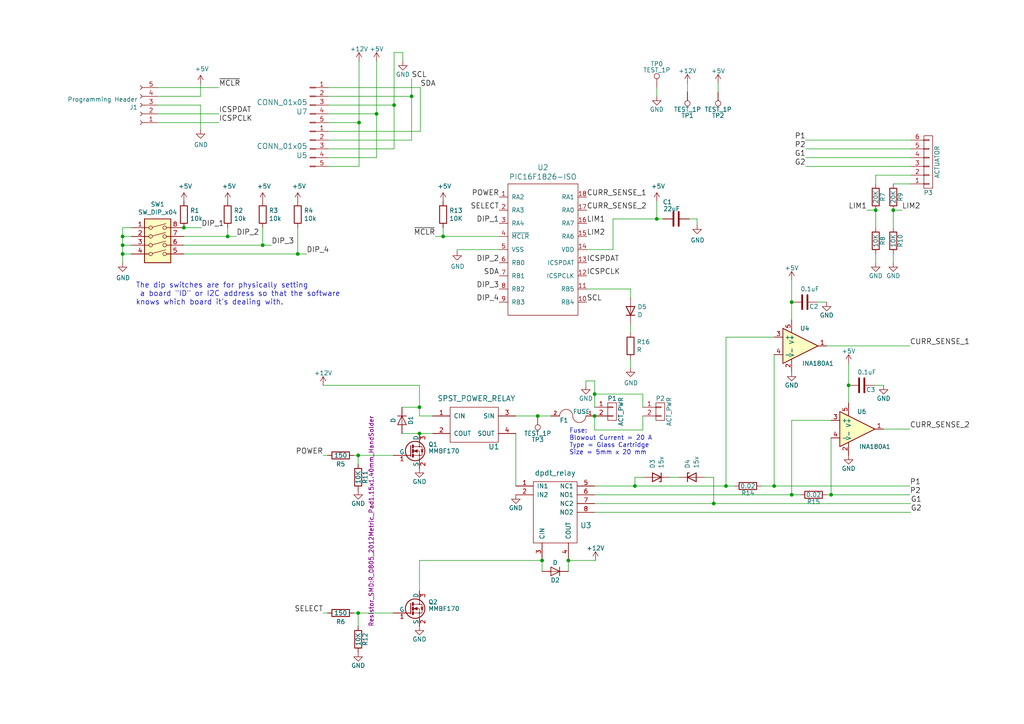
<source format=kicad_sch>
(kicad_sch (version 20211123) (generator eeschema)
  (paper "A4")
  (title_block (title "RLCSv4") (date "2022-11-06") (rev "A") (company "Waterloo Rocketry Team"))
  (lib_symbols
    (symbol "Connector:Conn_01x05_Female" (pin_names (offset 1.016) hide)
      (property "Reference" "J" (at 0 7.62 0))
      (property "Value" "Conn_01x05_Female" (at 0 -7.62 0))
      (symbol "Conn_01x05_Female_1_1"
        (arc (start 0 -4.572) (mid -0.508 -5.08) (end 0 -5.588) (stroke (width 0.1524)))
        (arc (start 0 -2.032) (mid -0.508 -2.54) (end 0 -3.048) (stroke (width 0.1524)))
        (polyline (pts (xy -1.27 -5.08) (xy -0.508 -5.08)) (stroke (width 0.1524)))
        (polyline (pts (xy -1.27 -2.54) (xy -0.508 -2.54)) (stroke (width 0.1524)))
        (polyline (pts (xy -1.27 0) (xy -0.508 0)) (stroke (width 0.1524)))
        (polyline (pts (xy -1.27 2.54) (xy -0.508 2.54)) (stroke (width 0.1524)))
        (polyline (pts (xy -1.27 5.08) (xy -0.508 5.08)) (stroke (width 0.1524)))
        (arc (start 0 0.508) (mid -0.508 0) (end 0 -0.508) (stroke (width 0.1524)))
        (arc (start 0 3.048) (mid -0.508 2.54) (end 0 2.032) (stroke (width 0.1524)))
        (arc (start 0 5.588) (mid -0.508 5.08) (end 0 4.572) (stroke (width 0.1524)))
        (pin passive line (at -5.08 5.08 0) (length 3.81) (name "Pin_1") (number "1"))
        (pin passive line (at -5.08 2.54 0) (length 3.81) (name "Pin_2") (number "2"))
        (pin passive line (at -5.08 0 0) (length 3.81) (name "Pin_3") (number "3"))
        (pin passive line (at -5.08 -2.54 0) (length 3.81) (name "Pin_4") (number "4"))
        (pin passive line (at -5.08 -5.08 0) (length 3.81) (name "Pin_5") (number "5"))
      )
    )
    (symbol "Device:C" (pin_numbers hide) (pin_names (offset 0.254))
      (property "Reference" "C" (at 0.635 2.54 0))
      (property "Value" "C" (at 0.635 -2.54 0))
      (symbol "C_0_1"
        (polyline (pts (xy -2.032 -0.762) (xy 2.032 -0.762)) (stroke (width 0.508)))
        (polyline (pts (xy -2.032 0.762) (xy 2.032 0.762)) (stroke (width 0.508)))
      )
      (symbol "C_1_1"
        (pin passive line (at 0 3.81 270) (length 2.794) (name "~") (number "1"))
        (pin passive line (at 0 -3.81 90) (length 2.794) (name "~") (number "2"))
      )
    )
    (symbol "Device:D" (pin_numbers hide) (pin_names (offset 1.016) hide)
      (property "Reference" "D" (at 0 2.54 0))
      (property "Value" "D" (at 0 -2.54 0))
      (symbol "D_0_1"
        (polyline (pts (xy -1.27 1.27) (xy -1.27 -1.27)) (stroke (width 0.254)))
        (polyline (pts (xy 1.27 0) (xy -1.27 0)))
        (polyline (pts (xy 1.27 1.27) (xy 1.27 -1.27) (xy -1.27 0) (xy 1.27 1.27)) (stroke (width 0.254)))
      )
      (symbol "D_1_1"
        (pin passive line (at -3.81 0 0) (length 2.54) (name "K") (number "1"))
        (pin passive line (at 3.81 0 180) (length 2.54) (name "A") (number "2"))
      )
    )
    (symbol "Device:D_Zener" (pin_numbers hide) (pin_names (offset 1.016) hide)
      (property "Reference" "D" (at 0 2.54 0))
      (property "Value" "D_Zener" (at 0 -2.54 0))
      (symbol "D_Zener_0_1"
        (polyline (pts (xy 1.27 0) (xy -1.27 0)))
        (polyline (pts (xy -1.27 -1.27) (xy -1.27 1.27) (xy -0.762 1.27)) (stroke (width 0.254)))
        (polyline (pts (xy 1.27 -1.27) (xy 1.27 1.27) (xy -1.27 0) (xy 1.27 -1.27)) (stroke (width 0.254)))
      )
      (symbol "D_Zener_1_1"
        (pin passive line (at -3.81 0 0) (length 2.54) (name "K") (number "1"))
        (pin passive line (at 3.81 0 180) (length 2.54) (name "A") (number "2"))
      )
    )
    (symbol "Device:R" (pin_numbers hide) (pin_names (offset 0))
      (property "Reference" "R" (at 2.032 0 90))
      (property "Value" "R" (at 0 0 90))
      (symbol "R_0_1"
        (rectangle (start -1.016 -2.54) (end 1.016 2.54) (stroke (width 0.254)))
      )
      (symbol "R_1_1"
        (pin passive line (at 0 3.81 270) (length 1.27) (name "~") (number "1"))
        (pin passive line (at 0 -3.81 90) (length 1.27) (name "~") (number "2"))
      )
    )
    (symbol "Switch:SW_DIP_x04" (pin_names (offset 0) hide)
      (property "Reference" "SW" (at 0 8.89 0))
      (property "Value" "SW_DIP_x04" (at 0 -6.35 0))
      (symbol "SW_DIP_x04_0_0"
        (circle (center -2.032 -2.54) (radius 0.508))
        (circle (center -2.032 0) (radius 0.508))
        (circle (center -2.032 2.54) (radius 0.508))
        (circle (center -2.032 5.08) (radius 0.508))
        (polyline (pts (xy -1.524 -2.3876) (xy 2.3622 -1.3462)))
        (polyline (pts (xy -1.524 0.127) (xy 2.3622 1.1684)))
        (polyline (pts (xy -1.524 2.667) (xy 2.3622 3.7084)))
        (polyline (pts (xy -1.524 5.207) (xy 2.3622 6.2484)))
        (circle (center 2.032 -2.54) (radius 0.508))
        (circle (center 2.032 0) (radius 0.508))
        (circle (center 2.032 2.54) (radius 0.508))
        (circle (center 2.032 5.08) (radius 0.508))
      )
      (symbol "SW_DIP_x04_0_1"
        (rectangle (start -3.81 7.62) (end 3.81 -5.08) (stroke (width 0.254)) (fill (type background)))
      )
      (symbol "SW_DIP_x04_1_1"
        (pin passive line (at -7.62 5.08 0) (length 5.08) (name "~") (number "1"))
        (pin passive line (at -7.62 2.54 0) (length 5.08) (name "~") (number "2"))
        (pin passive line (at -7.62 0 0) (length 5.08) (name "~") (number "3"))
        (pin passive line (at -7.62 -2.54 0) (length 5.08) (name "~") (number "4"))
        (pin passive line (at 7.62 -2.54 180) (length 5.08) (name "~") (number "5"))
        (pin passive line (at 7.62 0 180) (length 5.08) (name "~") (number "6"))
        (pin passive line (at 7.62 2.54 180) (length 5.08) (name "~") (number "7"))
        (pin passive line (at 7.62 5.08 180) (length 5.08) (name "~") (number "8"))
      )
    )
    (symbol "power:+5V" (power) (pin_names (offset 0))
      (property "Value" "+5V" (at 0 3.556 0))
      (symbol "+5V_0_1"
        (polyline (pts (xy -0.762 1.27) (xy 0 2.54)))
        (polyline (pts (xy 0 0) (xy 0 2.54)))
        (polyline (pts (xy 0 2.54) (xy 0.762 1.27)))
      )
      (symbol "+5V_1_1"
        (pin power_in line (at 0 0 90) (length 0) hide (name "+5V") (number "1"))
      )
    )
    (symbol "power:GND" (power) (pin_names (offset 0))
      (property "Value" "GND" (at 0 -3.81 0))
      (symbol "GND_0_1"
        (polyline (pts (xy 0 0) (xy 0 -1.27) (xy 1.27 -1.27) (xy 0 -2.54) (xy -1.27 -1.27) (xy 0 -1.27)))
      )
      (symbol "GND_1_1"
        (pin power_in line (at 0 0 270) (length 0) hide (name "GND") (number "1"))
      )
    )
    (symbol "rlcsv4_modular-rescue:+12V-rlcsv3_modular-rescue" (power) (pin_names (offset 0))
      (property "Value" "+12V-rlcsv3_modular-rescue" (at 0 3.556 0))
      (symbol "+12V-rlcsv3_modular-rescue_0_1"
        (polyline (pts (xy -0.762 1.27) (xy 0 2.54)))
        (polyline (pts (xy 0 0) (xy 0 2.54)))
        (polyline (pts (xy 0 2.54) (xy 0.762 1.27)))
      )
      (symbol "+12V-rlcsv3_modular-rescue_1_1"
        (pin power_in line (at 0 0 90) (length 0) hide (name "+12V") (number "1"))
      )
    )
    (symbol "rlcsv4_modular-rescue:+5V-rlcsv3_modular-rescue" (power) (pin_names (offset 0))
      (property "Value" "+5V-rlcsv3_modular-rescue" (at 0 3.556 0))
      (symbol "+5V-rlcsv3_modular-rescue_0_1"
        (polyline (pts (xy -0.762 1.27) (xy 0 2.54)))
        (polyline (pts (xy 0 0) (xy 0 2.54)))
        (polyline (pts (xy 0 2.54) (xy 0.762 1.27)))
      )
      (symbol "+5V-rlcsv3_modular-rescue_1_1"
        (pin power_in line (at 0 0 90) (length 0) hide (name "+5V") (number "1"))
      )
    )
    (symbol "rlcsv4_modular-rescue:C-rlcsv3_modular-rescue" (pin_numbers hide) (pin_names (offset 0.254))
      (property "Reference" "C" (at 0.635 2.54 0))
      (property "Value" "C-rlcsv3_modular-rescue" (at 0.635 -2.54 0))
      (symbol "C-rlcsv3_modular-rescue_0_1"
        (polyline (pts (xy -2.032 -0.762) (xy 2.032 -0.762)) (stroke (width 0.508)))
        (polyline (pts (xy -2.032 0.762) (xy 2.032 0.762)) (stroke (width 0.508)))
      )
      (symbol "C-rlcsv3_modular-rescue_1_1"
        (pin passive line (at 0 3.81 270) (length 2.794) (name "~") (number "1"))
        (pin passive line (at 0 -3.81 90) (length 2.794) (name "~") (number "2"))
      )
    )
    (symbol "rlcsv4_modular-rescue:CONN_01X02-rlcsv3_modular-rescue" (pin_names (offset 1.016) hide)
      (property "Reference" "J" (at 0 3.81 0))
      (property "Value" "CONN_01X02-rlcsv3_modular-rescue" (at 2.54 0 90))
      (symbol "CONN_01X02-rlcsv3_modular-rescue_0_1"
        (rectangle (start -1.27 -1.143) (end 0.254 -1.397))
        (rectangle (start -1.27 1.397) (end 0.254 1.143))
        (rectangle (start -1.27 2.54) (end 1.27 -2.54))
      )
      (symbol "CONN_01X02-rlcsv3_modular-rescue_1_1"
        (pin passive line (at -5.08 1.27 0) (length 3.81) (name "P1") (number "1"))
        (pin passive line (at -5.08 -1.27 0) (length 3.81) (name "P2") (number "2"))
      )
    )
    (symbol "rlcsv4_modular-rescue:CONN_01X06-rlcsv3_modular-rescue" (pin_names (offset 1.016) hide)
      (property "Reference" "J" (at 0 8.89 0))
      (property "Value" "CONN_01X06-rlcsv3_modular-rescue" (at 2.54 0 90))
      (symbol "CONN_01X06-rlcsv3_modular-rescue_0_1"
        (rectangle (start -1.27 -6.223) (end 0.254 -6.477))
        (rectangle (start -1.27 -3.683) (end 0.254 -3.937))
        (rectangle (start -1.27 -1.143) (end 0.254 -1.397))
        (rectangle (start -1.27 1.397) (end 0.254 1.143))
        (rectangle (start -1.27 3.937) (end 0.254 3.683))
        (rectangle (start -1.27 6.477) (end 0.254 6.223))
        (rectangle (start -1.27 7.62) (end 1.27 -7.62))
      )
      (symbol "CONN_01X06-rlcsv3_modular-rescue_1_1"
        (pin passive line (at -5.08 6.35 0) (length 3.81) (name "P1") (number "1"))
        (pin passive line (at -5.08 3.81 0) (length 3.81) (name "P2") (number "2"))
        (pin passive line (at -5.08 1.27 0) (length 3.81) (name "P3") (number "3"))
        (pin passive line (at -5.08 -1.27 0) (length 3.81) (name "P4") (number "4"))
        (pin passive line (at -5.08 -3.81 0) (length 3.81) (name "P5") (number "5"))
        (pin passive line (at -5.08 -6.35 0) (length 3.81) (name "P6") (number "6"))
      )
    )
    (symbol "rlcsv4_modular-rescue:CONN_01x05-rlcsv3_modular-rescue" (pin_names (offset 1.016))
      (property "Reference" "U" (at 0 2.54 0))
      (property "Value" "CONN_01x05-rlcsv3_modular-rescue" (at 3.81 -3.81 90))
      (symbol "CONN_01x05-rlcsv3_modular-rescue_1_1"
        (rectangle (start 0 -10.033) (end 1.524 -10.287))
        (rectangle (start 0 -7.493) (end 1.524 -7.747))
        (rectangle (start 0 -4.953) (end 1.524 -5.207))
        (rectangle (start 0 -2.413) (end 1.524 -2.667))
        (rectangle (start 0 0.127) (end 1.524 -0.127))
        (pin passive line (at -3.81 -10.16 0) (length 3.81) (name "~") (number "1"))
        (pin passive line (at -3.81 -7.62 0) (length 3.81) (name "~") (number "2"))
        (pin passive line (at -3.81 -5.08 0) (length 3.81) (name "~") (number "3"))
        (pin passive line (at -3.81 -2.54 0) (length 3.81) (name "~") (number "4"))
        (pin passive line (at -3.81 0 0) (length 3.81) (name "~") (number "5"))
      )
    )
    (symbol "rlcsv4_modular-rescue:D-rlcsv3_modular-rescue" (pin_numbers hide) (pin_names (offset 1.016) hide)
      (property "Reference" "D" (at 0 2.54 0))
      (property "Value" "D-rlcsv3_modular-rescue" (at 0 -2.54 0))
      (symbol "D-rlcsv3_modular-rescue_0_1"
        (polyline (pts (xy -1.27 1.27) (xy -1.27 -1.27)) (stroke (width 0.2032)))
        (polyline (pts (xy 1.27 0) (xy -1.27 0)))
        (polyline (pts (xy 1.27 1.27) (xy 1.27 -1.27) (xy -1.27 0) (xy 1.27 1.27)) (stroke (width 0.2032)))
      )
      (symbol "D-rlcsv3_modular-rescue_1_1"
        (pin passive line (at -3.81 0 0) (length 2.54) (name "K") (number "1"))
        (pin passive line (at 3.81 0 180) (length 2.54) (name "A") (number "2"))
      )
    )
    (symbol "rlcsv4_modular-rescue:FUSE-rlcsv3_modular-rescue" (pin_names (offset 0.254))
      (property "Reference" "F" (at 2.54 1.27 0))
      (property "Value" "FUSE-rlcsv3_modular-rescue" (at -2.54 -1.27 0))
      (symbol "FUSE-rlcsv3_modular-rescue_0_1"
        (arc (start 0 0) (mid -1.905 1.905) (end -3.81 0))
        (arc (start 0 0) (mid 1.905 -1.905) (end 3.81 0))
      )
      (symbol "FUSE-rlcsv3_modular-rescue_1_1"
        (pin input line (at -6.35 0 0) (length 2.54) (name "~") (number "1"))
        (pin input line (at 6.35 0 180) (length 2.54) (name "~") (number "2"))
      )
    )
    (symbol "rlcsv4_modular-rescue:GND-rlcsv3_modular-rescue" (power) (pin_names (offset 0))
      (property "Value" "GND-rlcsv3_modular-rescue" (at 0 -3.81 0))
      (symbol "GND-rlcsv3_modular-rescue_0_1"
        (polyline (pts (xy 0 0) (xy 0 -1.27) (xy 1.27 -1.27) (xy 0 -2.54) (xy -1.27 -1.27) (xy 0 -1.27)))
      )
      (symbol "GND-rlcsv3_modular-rescue_1_1"
        (pin power_in line (at 0 0 270) (length 0) hide (name "GND") (number "1"))
      )
    )
    (symbol "rlcsv4_modular-rescue:MCP601-rlcsv3_modular-rescue"
      (property "Reference" "U" (at 1.27 5.08 0))
      (property "Value" "MCP601-rlcsv3_modular-rescue" (at 5.08 -5.08 0))
      (symbol "MCP601-rlcsv3_modular-rescue_0_1"
        (polyline (pts (xy -5.08 5.08) (xy 5.08 0) (xy -5.08 -5.08) (xy -5.08 5.08)) (stroke (width 0.254)) (fill (type background)))
      )
      (symbol "MCP601-rlcsv3_modular-rescue_1_1"
        (pin output line (at 7.62 0 180) (length 2.54) (name "~") (number "1"))
        (pin input line (at -2.54 -7.62 90) (length 3.81) (name "V-") (number "2"))
        (pin input line (at -7.62 2.54 0) (length 2.54) (name "+") (number "3"))
        (pin input line (at -7.62 -2.54 0) (length 2.54) (name "-") (number "4"))
        (pin input line (at -2.54 7.62 270) (length 3.81) (name "V+") (number "5"))
      )
    )
    (symbol "rlcsv4_modular-rescue:MMBF170-rlcsv3_modular-rescue" (pin_names (offset 0))
      (property "Reference" "Q" (at 5.08 1.905 0))
      (property "Value" "MMBF170-rlcsv3_modular-rescue" (at 5.08 0 0))
      (symbol "MMBF170-rlcsv3_modular-rescue_0_1"
        (polyline (pts (xy 0.635 -1.016) (xy 0.635 -1.651)) (stroke (width 0.508)))
        (polyline (pts (xy 0.635 0.381) (xy 0.635 -0.381)) (stroke (width 0.508)))
        (polyline (pts (xy 0.635 1.651) (xy 0.635 1.016)) (stroke (width 0.508)))
        (polyline (pts (xy 3.048 0.381) (xy 2.921 0.254)))
        (polyline (pts (xy 3.048 0.381) (xy 3.556 0.381)))
        (polyline (pts (xy 3.556 0.381) (xy 3.683 0.508)))
        (polyline (pts (xy 0 1.524) (xy 0 -1.524) (xy 0 -1.524)) (stroke (width 0.254)))
        (polyline (pts (xy 0.762 -1.27) (xy 2.54 -1.27) (xy 2.54 -2.54) (xy 2.54 -2.54)))
        (polyline (pts (xy 0.762 1.27) (xy 2.54 1.27) (xy 2.54 2.54) (xy 2.54 2.54)))
        (polyline (pts (xy 2.54 1.27) (xy 3.302 1.27) (xy 3.302 -1.27) (xy 2.54 -1.27)))
        (polyline (pts (xy 3.302 0.381) (xy 3.048 -0.254) (xy 3.556 -0.254) (xy 3.302 0.381)) (fill (type outline)))
        (polyline (pts (xy 0.762 0) (xy 1.27 0) (xy 2.54 0) (xy 2.54 -1.27) (xy 2.54 -1.27)))
        (polyline (pts (xy 0.889 0) (xy 1.905 0.381) (xy 1.905 -0.381) (xy 0.889 0) (xy 1.016 0) (xy 1.016 0)) (fill (type outline)))
        (circle (center 1.27 0) (radius 2.8194) (stroke (width 0.254)))
        (circle (center 2.54 -1.27) (radius 0.127))
        (circle (center 2.54 1.27) (radius 0.127))
      )
      (symbol "MMBF170-rlcsv3_modular-rescue_1_1"
        (pin input line (at -5.08 -1.27 0) (length 5.08) (name "G") (number "1"))
        (pin passive line (at 2.54 -5.08 90) (length 2.54) (name "S") (number "2"))
        (pin passive line (at 2.54 5.08 270) (length 2.54) (name "D") (number "3"))
      )
    )
    (symbol "rlcsv4_modular-rescue:PIC16F1826-ISO-rlcsv3_modular-rescue" (pin_names (offset 1.016))
      (property "Reference" "U" (at 0 11.43 0))
      (property "Value" "PIC16F1826-ISO-rlcsv3_modular-rescue" (at 0 13.97 0))
      (symbol "PIC16F1826-ISO-rlcsv3_modular-rescue_0_1"
        (rectangle (start -10.16 10.16) (end 10.16 -27.94))
      )
      (symbol "PIC16F1826-ISO-rlcsv3_modular-rescue_1_1"
        (pin input line (at -12.7 6.35 0) (length 2.54) (name "RA2") (number "1"))
        (pin input line (at 12.7 -24.13 180) (length 2.54) (name "RB4") (number "10"))
        (pin input line (at 12.7 -20.32 180) (length 2.54) (name "RB5") (number "11"))
        (pin input line (at 12.7 -16.51 180) (length 2.54) (name "ICSPCLK") (number "12"))
        (pin input line (at 12.7 -12.7 180) (length 2.54) (name "ICSPDAT") (number "13"))
        (pin input line (at 12.7 -8.89 180) (length 2.54) (name "VDD") (number "14"))
        (pin input line (at 12.7 -5.08 180) (length 2.54) (name "RA6") (number "15"))
        (pin input line (at 12.7 -1.27 180) (length 2.54) (name "RA7") (number "16"))
        (pin input line (at 12.7 2.54 180) (length 2.54) (name "RA0") (number "17"))
        (pin input line (at 12.7 6.35 180) (length 2.54) (name "RA1") (number "18"))
        (pin input line (at -12.7 2.54 0) (length 2.54) (name "RA3") (number "2"))
        (pin input line (at -12.7 -1.27 0) (length 2.54) (name "RA4") (number "3"))
        (pin input line (at -12.7 -5.08 0) (length 2.54) (name "~{MCLR}") (number "4"))
        (pin input line (at -12.7 -8.89 0) (length 2.54) (name "VSS") (number "5"))
        (pin input line (at -12.7 -12.7 0) (length 2.54) (name "RB0") (number "6"))
        (pin input line (at -12.7 -16.51 0) (length 2.54) (name "RB1") (number "7"))
        (pin input line (at -12.7 -20.32 0) (length 2.54) (name "RB2") (number "8"))
        (pin input line (at -12.7 -24.13 0) (length 2.54) (name "RB3") (number "9"))
      )
    )
    (symbol "rlcsv4_modular-rescue:R-rlcsv3_modular-rescue" (pin_numbers hide) (pin_names (offset 0))
      (property "Reference" "R" (at 2.032 0 90))
      (property "Value" "R-rlcsv3_modular-rescue" (at 0 0 90))
      (symbol "R-rlcsv3_modular-rescue_0_1"
        (rectangle (start -1.016 -2.54) (end 1.016 2.54) (stroke (width 0.254)))
      )
      (symbol "R-rlcsv3_modular-rescue_1_1"
        (pin passive line (at 0 3.81 270) (length 1.27) (name "~") (number "1"))
        (pin passive line (at 0 -3.81 90) (length 1.27) (name "~") (number "2"))
      )
    )
    (symbol "rlcsv4_modular-rescue:SPST_POWER_RELAY-rlcsv3_modular-rescue" (pin_names (offset 1.016))
      (property "Reference" "U" (at 5.08 -13.97 0))
      (property "Value" "SPST_POWER_RELAY-rlcsv3_modular-rescue" (at 0 0 0))
      (symbol "SPST_POWER_RELAY-rlcsv3_modular-rescue_0_1"
        (rectangle (start -7.62 -2.54) (end 6.35 -12.7))
      )
      (symbol "SPST_POWER_RELAY-rlcsv3_modular-rescue_1_1"
        (pin input line (at -12.7 -5.08 0) (length 5.08) (name "CIN") (number "1"))
        (pin output line (at -12.7 -10.16 0) (length 5.08) (name "COUT") (number "2"))
        (pin input line (at 11.43 -5.08 180) (length 5.08) (name "SIN") (number "3"))
        (pin output line (at 11.43 -10.16 180) (length 5.08) (name "SOUT") (number "4"))
      )
    )
    (symbol "rlcsv4_modular-rescue:TEST_1P-rlcsv3_modular-rescue" (pin_numbers hide) (pin_names (offset 0.762) hide)
      (property "Reference" "J" (at 0 6.858 0))
      (property "Value" "TEST_1P-rlcsv3_modular-rescue" (at 0 5.08 0))
      (symbol "TEST_1P-rlcsv3_modular-rescue_0_1"
        (circle (center 0 3.302) (radius 0.762))
      )
      (symbol "TEST_1P-rlcsv3_modular-rescue_1_1"
        (pin passive line (at 0 0 90) (length 2.54) (name "1") (number "1"))
      )
    )
    (symbol "rlcsv4_modular-rescue:dpdt_relay-rlcsv3_modular-rescue" (pin_names (offset 1.016))
      (property "Reference" "U" (at 8.89 -15.24 0))
      (property "Value" "dpdt_relay-rlcsv3_modular-rescue" (at 0 0 0))
      (symbol "dpdt_relay-rlcsv3_modular-rescue_0_1"
        (rectangle (start -6.35 -2.54) (end 6.35 -20.32))
      )
      (symbol "dpdt_relay-rlcsv3_modular-rescue_1_1"
        (pin input line (at -11.43 -3.81 0) (length 5.08) (name "IN1") (number "1"))
        (pin input line (at -11.43 -6.35 0) (length 5.08) (name "IN2") (number "2"))
        (pin input line (at -3.81 -25.4 90) (length 5.08) (name "CIN") (number "3"))
        (pin input line (at 3.81 -25.4 90) (length 5.08) (name "COUT") (number "4"))
        (pin input line (at 11.43 -3.81 180) (length 5.08) (name "NC1") (number "5"))
        (pin input line (at 11.43 -6.35 180) (length 5.08) (name "NO1") (number "6"))
        (pin input line (at 11.43 -8.89 180) (length 5.08) (name "NC2") (number "7"))
        (pin input line (at 11.43 -11.43 180) (length 5.08) (name "NO2") (number "8"))
      )
    )
  )
  (junction (at 35.56 73.66))
  (junction (at 172.466 120.65))
  (junction (at 172.466 114.3))
  (junction (at 53.34 66.04))
  (junction (at 190.5 63.5))
  (junction (at 210.566 140.97))
  (junction (at 119.38 27.94))
  (junction (at 128.524 68.58))
  (junction (at 155.956 120.65))
  (junction (at 104.14 35.56))
  (junction (at 109.22 33.02))
  (junction (at 184.15 140.97))
  (junction (at 114.3 30.48))
  (junction (at 121.666 118.11))
  (junction (at 103.886 132.08))
  (junction (at 35.56 68.58))
  (junction (at 76.2 71.12))
  (junction (at 259.08 60.96))
  (junction (at 229.616 143.51))
  (junction (at 224.536 140.97))
  (junction (at 103.886 177.8))
  (junction (at 164.846 162.56))
  (junction (at 241.046 143.51))
  (junction (at 35.56 71.12))
  (junction (at 86.36 73.66))
  (junction (at 207.01 146.05))
  (junction (at 246.126 111.76))
  (junction (at 66.04 68.58))
  (junction (at 157.226 162.56))
  (junction (at 121.666 125.73))
  (junction (at 229.616 87.63))
  (junction (at 254 60.96))
  (wire (pts (xy 172.466 124.714) (xy 186.436 124.714)))
  (wire (pts (xy 229.616 121.92) (xy 241.046 121.92)))
  (wire (pts (xy 159.766 120.65) (xy 155.956 120.65)))
  (wire (pts (xy 104.14 48.26) (xy 95.25 48.26)))
  (wire (pts (xy 259.08 60.96) (xy 259.08 66.04)))
  (wire (pts (xy 104.14 35.56) (xy 104.14 17.78)))
  (wire (pts (xy 68.58 68.58) (xy 66.04 68.58)))
  (wire (pts (xy 35.56 71.12) (xy 35.56 73.66)))
  (wire (pts (xy 76.2 71.12) (xy 53.34 71.12)))
  (wire (pts (xy 45.72 35.56) (xy 63.5 35.56)))
  (wire (pts (xy 116.84 15.24) (xy 116.84 17.78)))
  (wire (pts (xy 182.88 83.82) (xy 170.18 83.82)))
  (wire (pts (xy 210.566 97.79) (xy 224.536 97.79)))
  (wire (pts (xy 207.01 138.43) (xy 207.01 146.05)))
  (wire (pts (xy 149.606 120.65) (xy 155.956 120.65)))
  (wire (pts (xy 109.22 33.02) (xy 109.22 45.72)))
  (wire (pts (xy 38.1 71.12) (xy 35.56 71.12)))
  (wire (pts (xy 241.046 143.51) (xy 263.906 143.51)))
  (wire (pts (xy 207.01 146.05) (xy 264.16 146.05)))
  (wire (pts (xy 102.616 177.8) (xy 103.886 177.8)))
  (wire (pts (xy 93.726 177.8) (xy 94.996 177.8)))
  (wire (pts (xy 109.22 17.78) (xy 109.22 33.02)))
  (wire (pts (xy 95.25 30.48) (xy 114.3 30.48)))
  (wire (pts (xy 58.166 24.384) (xy 58.166 27.94)))
  (wire (pts (xy 186.436 124.714) (xy 186.436 120.65)))
  (wire (pts (xy 210.566 140.97) (xy 210.566 97.79)))
  (wire (pts (xy 184.15 140.97) (xy 210.566 140.97)))
  (wire (pts (xy 121.666 162.56) (xy 157.226 162.56)))
  (wire (pts (xy 116.586 118.11) (xy 121.666 118.11)))
  (wire (pts (xy 95.25 35.56) (xy 104.14 35.56)))
  (wire (pts (xy 121.666 120.65) (xy 125.476 120.65)))
  (wire (pts (xy 202.184 65.278) (xy 202.184 63.5)))
  (wire (pts (xy 109.22 33.02) (xy 95.25 33.02)))
  (wire (pts (xy 172.466 120.65) (xy 172.466 124.714)))
  (wire (pts (xy 246.126 111.76) (xy 246.126 116.84)))
  (wire (pts (xy 172.466 110.49) (xy 169.926 110.49)))
  (wire (pts (xy 88.9 73.66) (xy 86.36 73.66)))
  (wire (pts (xy 224.536 140.97) (xy 224.536 102.87)))
  (wire (pts (xy 103.886 132.08) (xy 103.886 134.62)))
  (wire (pts (xy 86.36 66.04) (xy 86.36 73.66)))
  (wire (pts (xy 261.62 60.96) (xy 259.08 60.96)))
  (wire (pts (xy 121.666 171.45) (xy 121.666 162.56)))
  (wire (pts (xy 86.36 73.66) (xy 53.34 73.66)))
  (wire (pts (xy 254 76.2) (xy 254 73.66)))
  (wire (pts (xy 254 53.34) (xy 254 50.8)))
  (wire (pts (xy 233.68 45.72) (xy 264.16 45.72)))
  (wire (pts (xy 114.3 30.48) (xy 114.3 43.18)))
  (wire (pts (xy 121.666 118.11) (xy 121.666 120.65)))
  (wire (pts (xy 186.436 114.3) (xy 186.436 118.11)))
  (wire (pts (xy 182.88 96.52) (xy 182.88 93.98)))
  (wire (pts (xy 121.666 111.76) (xy 121.666 118.11)))
  (wire (pts (xy 114.3 15.24) (xy 116.84 15.24)))
  (wire (pts (xy 119.38 27.94) (xy 119.38 40.64)))
  (wire (pts (xy 132.588 72.39) (xy 132.588 72.898)))
  (wire (pts (xy 114.3 43.18) (xy 95.25 43.18)))
  (wire (pts (xy 76.2 66.04) (xy 76.2 71.12)))
  (wire (pts (xy 233.68 43.18) (xy 264.16 43.18)))
  (wire (pts (xy 53.34 68.58) (xy 66.04 68.58)))
  (wire (pts (xy 128.524 66.04) (xy 128.524 68.58)))
  (wire (pts (xy 126.238 68.58) (xy 128.524 68.58)))
  (wire (pts (xy 210.566 140.97) (xy 213.106 140.97)))
  (wire (pts (xy 229.616 143.51) (xy 232.156 143.51)))
  (wire (pts (xy 45.72 25.4) (xy 63.5 25.4)))
  (wire (pts (xy 172.466 140.97) (xy 184.15 140.97)))
  (wire (pts (xy 208.28 24.13) (xy 208.28 26.67)))
  (wire (pts (xy 103.886 177.8) (xy 103.886 181.61)))
  (wire (pts (xy 121.666 125.73) (xy 125.476 125.73)))
  (wire (pts (xy 119.38 27.94) (xy 119.38 22.86)))
  (wire (pts (xy 182.88 86.36) (xy 182.88 83.82)))
  (wire (pts (xy 184.15 138.43) (xy 184.15 140.97)))
  (wire (pts (xy 246.126 105.41) (xy 246.126 111.76)))
  (wire (pts (xy 190.5 63.5) (xy 192.278 63.5)))
  (wire (pts (xy 95.25 27.94) (xy 119.38 27.94)))
  (wire (pts (xy 35.56 73.66) (xy 35.56 76.2)))
  (wire (pts (xy 202.184 63.5) (xy 199.898 63.5)))
  (wire (pts (xy 35.56 66.04) (xy 35.56 68.58)))
  (wire (pts (xy 239.776 143.51) (xy 241.046 143.51)))
  (wire (pts (xy 38.1 66.04) (xy 35.56 66.04)))
  (wire (pts (xy 251.46 60.96) (xy 254 60.96)))
  (wire (pts (xy 103.886 177.8) (xy 114.046 177.8)))
  (wire (pts (xy 93.726 132.08) (xy 94.996 132.08)))
  (wire (pts (xy 239.776 100.33) (xy 263.906 100.33)))
  (wire (pts (xy 190.5 63.5) (xy 177.8 63.5)))
  (wire (pts (xy 149.606 140.97) (xy 149.606 125.73)))
  (wire (pts (xy 128.524 68.58) (xy 144.78 68.58)))
  (wire (pts (xy 144.78 72.39) (xy 132.588 72.39)))
  (wire (pts (xy 104.14 35.56) (xy 104.14 48.26)))
  (wire (pts (xy 164.846 165.735) (xy 164.846 162.56)))
  (wire (pts (xy 264.16 53.34) (xy 259.08 53.34)))
  (wire (pts (xy 172.466 114.3) (xy 186.436 114.3)))
  (wire (pts (xy 254 50.8) (xy 264.16 50.8)))
  (wire (pts (xy 190.5 58.42) (xy 190.5 63.5)))
  (wire (pts (xy 38.1 73.66) (xy 35.56 73.66)))
  (wire (pts (xy 172.466 114.3) (xy 172.466 110.49)))
  (wire (pts (xy 254 60.96) (xy 254 66.04)))
  (wire (pts (xy 157.226 162.56) (xy 157.226 165.735)))
  (wire (pts (xy 194.31 138.43) (xy 196.85 138.43)))
  (wire (pts (xy 177.8 72.39) (xy 170.18 72.39)))
  (wire (pts (xy 229.616 87.63) (xy 229.616 92.71)))
  (wire (pts (xy 103.886 132.08) (xy 114.046 132.08)))
  (wire (pts (xy 184.15 138.43) (xy 186.69 138.43)))
  (wire (pts (xy 224.536 140.97) (xy 263.906 140.97)))
  (wire (pts (xy 116.586 125.73) (xy 121.666 125.73)))
  (wire (pts (xy 169.926 110.49) (xy 169.926 111.76)))
  (wire (pts (xy 190.5 25.4) (xy 190.5 27.94)))
  (wire (pts (xy 237.236 87.63) (xy 239.776 87.63)))
  (wire (pts (xy 45.72 33.02) (xy 63.5 33.02)))
  (wire (pts (xy 233.68 40.64) (xy 264.16 40.64)))
  (wire (pts (xy 38.1 68.58) (xy 35.56 68.58)))
  (wire (pts (xy 199.39 24.13) (xy 199.39 26.67)))
  (wire (pts (xy 93.726 111.76) (xy 121.666 111.76)))
  (wire (pts (xy 58.166 30.48) (xy 58.166 37.592)))
  (wire (pts (xy 220.726 140.97) (xy 224.536 140.97)))
  (wire (pts (xy 95.25 25.4) (xy 121.92 25.4)))
  (wire (pts (xy 102.616 132.08) (xy 103.886 132.08)))
  (wire (pts (xy 207.01 138.43) (xy 204.47 138.43)))
  (wire (pts (xy 109.22 45.72) (xy 95.25 45.72)))
  (wire (pts (xy 172.466 148.59) (xy 264.16 148.59)))
  (wire (pts (xy 229.616 81.28) (xy 229.616 87.63)))
  (wire (pts (xy 229.616 143.51) (xy 229.616 121.92)))
  (wire (pts (xy 172.466 146.05) (xy 207.01 146.05)))
  (wire (pts (xy 241.046 127) (xy 241.046 143.51)))
  (wire (pts (xy 119.38 40.64) (xy 95.25 40.64)))
  (wire (pts (xy 253.746 111.76) (xy 256.286 111.76)))
  (wire (pts (xy 114.3 30.48) (xy 114.3 15.24)))
  (wire (pts (xy 177.8 63.5) (xy 177.8 72.39)))
  (wire (pts (xy 78.74 71.12) (xy 76.2 71.12)))
  (wire (pts (xy 121.92 25.4) (xy 121.92 38.1)))
  (wire (pts (xy 172.466 118.11) (xy 172.466 114.3)))
  (wire (pts (xy 256.286 124.46) (xy 263.906 124.46)))
  (wire (pts (xy 45.72 30.48) (xy 58.166 30.48)))
  (wire (pts (xy 58.42 66.04) (xy 53.34 66.04)))
  (wire (pts (xy 164.846 162.56) (xy 172.72 162.56)))
  (wire (pts (xy 66.04 68.58) (xy 66.04 66.04)))
  (wire (pts (xy 58.166 27.94) (xy 45.72 27.94)))
  (wire (pts (xy 172.466 143.51) (xy 229.616 143.51)))
  (wire (pts (xy 233.68 48.26) (xy 264.16 48.26)))
  (wire (pts (xy 35.56 68.58) (xy 35.56 71.12)))
  (wire (pts (xy 121.92 38.1) (xy 95.25 38.1)))
  (wire (pts (xy 182.88 104.14) (xy 182.88 106.68)))
  (wire (pts (xy 259.08 73.66) (xy 259.08 76.2)))
  (text "Fuse: \nBlowout Current = 20 A\nType = Glass Cartridge\nSize = 5mm x 20 mm" (at 165.1 132.08 0) (effects (font (size 1.3 1.3)) (justify left bottom)))
  (text "The dip switches are for physically setting\n a board \"ID\" or I2C address so that the software \nknows which board it's dealing with." (at 39.37 88.646 0) (effects (font (size 1.524 1.524)) (justify left bottom)))
  (label "~{MCLR}" (at 126.238 68.58 180) (effects (font (size 1.524 1.524))))
  (label "DIP_3" (at 78.74 71.12 0) (effects (font (size 1.524 1.524))))
  (label "CURR_SENSE_2" (at 263.906 124.46 0) (effects (font (size 1.524 1.524))))
  (label "ICSPCLK" (at 170.18 80.01 0) (effects (font (size 1.524 1.524))))
  (label "DIP_4" (at 144.78 87.63 180) (effects (font (size 1.524 1.524))))
  (label "POWER" (at 144.78 57.15 180) (effects (font (size 1.524 1.524))))
  (label "SCL" (at 170.18 87.63 0) (effects (font (size 1.524 1.524))))
  (label "SDA" (at 144.78 80.01 180) (effects (font (size 1.524 1.524))))
  (label "SELECT" (at 93.726 177.8 180) (effects (font (size 1.524 1.524))))
  (label "CURR_SENSE_1" (at 263.906 100.33 0) (effects (font (size 1.524 1.524))))
  (label "CURR_SENSE_2" (at 170.18 60.96 0) (effects (font (size 1.524 1.524))))
  (label "POWER" (at 93.726 132.08 180) (effects (font (size 1.524 1.524))))
  (label "ICSPDAT" (at 170.18 76.2 0) (effects (font (size 1.524 1.524))))
  (label "G2" (at 264.16 148.59 0) (effects (font (size 1.524 1.524))))
  (label "DIP_1" (at 58.42 66.04 0) (effects (font (size 1.524 1.524))))
  (label "P2" (at 263.906 143.51 0) (effects (font (size 1.524 1.524))))
  (label "SDA" (at 121.92 25.4 0) (effects (font (size 1.524 1.524))))
  (label "LIM2" (at 261.62 60.96 0) (effects (font (size 1.524 1.524))))
  (label "P2" (at 233.68 43.18 180) (effects (font (size 1.524 1.524))))
  (label "ICSPCLK" (at 63.5 35.56 0) (effects (font (size 1.524 1.524))))
  (label "DIP_4" (at 88.9 73.66 0) (effects (font (size 1.524 1.524))))
  (label "ICSPDAT" (at 63.5 33.02 0) (effects (font (size 1.524 1.524))))
  (label "G1" (at 264.16 146.05 0) (effects (font (size 1.524 1.524))))
  (label "DIP_2" (at 68.58 68.58 0) (effects (font (size 1.524 1.524))))
  (label "LIM1" (at 170.18 64.77 0) (effects (font (size 1.524 1.524))))
  (label "P1" (at 263.906 140.97 0) (effects (font (size 1.524 1.524))))
  (label "P1" (at 233.68 40.64 180) (effects (font (size 1.524 1.524))))
  (label "SCL" (at 119.38 22.86 0) (effects (font (size 1.524 1.524))))
  (label "~{MCLR}" (at 63.5 25.4 0) (effects (font (size 1.524 1.524))))
  (label "LIM1" (at 251.46 60.96 180) (effects (font (size 1.524 1.524))))
  (label "DIP_3" (at 144.78 83.82 180) (effects (font (size 1.524 1.524))))
  (label "G1" (at 233.68 45.72 180) (effects (font (size 1.524 1.524))))
  (label "G2" (at 233.68 48.26 180) (effects (font (size 1.524 1.524))))
  (label "CURR_SENSE_1" (at 170.18 57.15 0) (effects (font (size 1.524 1.524))))
  (label "DIP_1" (at 144.78 64.77 180) (effects (font (size 1.524 1.524))))
  (label "LIM2" (at 170.18 68.58 0) (effects (font (size 1.524 1.524))))
  (label "DIP_2" (at 144.78 76.2 180) (effects (font (size 1.524 1.524))))
  (label "SELECT" (at 144.78 60.96 180) (effects (font (size 1.524 1.524))))
  (symbol (lib_id "rlcsv4_modular-rescue:TEST_1P-rlcsv3_modular-rescue") (at 208.28 26.67 180) (unit 1)
    (property "Reference" "TP2" (at 208.28 33.528 0))
    (property "Value" "TEST_1P" (at 208.28 31.75 0))
    (property "Footprint" "Socket_Strips:Socket_Strip_Straight_1x01_Pitch2.54mm" (effects hide))
  )
  (symbol (lib_id "rlcsv4_modular-rescue:TEST_1P-rlcsv3_modular-rescue") (at 199.39 26.67 180) (unit 1)
    (property "Reference" "TP1" (at 199.39 33.528 0))
    (property "Value" "TEST_1P" (at 199.39 31.75 0))
    (property "Footprint" "Socket_Strips:Socket_Strip_Straight_1x01_Pitch2.54mm" (effects hide))
  )
  (symbol (lib_id "rlcsv4_modular-rescue:TEST_1P-rlcsv3_modular-rescue") (at 190.5 25.4 0) (unit 1)
    (property "Reference" "TP0" (at 190.5 18.542 0))
    (property "Value" "TEST_1P" (at 190.5 20.32 0))
    (property "Footprint" "Socket_Strips:Socket_Strip_Straight_1x01_Pitch2.54mm" (effects hide))
  )
  (symbol (lib_id "rlcsv4_modular-rescue:GND-rlcsv3_modular-rescue") (at 190.5 27.94 0) (unit 1)
    (property "Reference" "#PWR05" (effects hide))
    (property "Value" "GND" (at 190.5 31.75 0))
  )
  (symbol (lib_id "rlcsv4_modular-rescue:+12V-rlcsv3_modular-rescue") (at 199.39 24.13 0) (unit 1)
    (property "Reference" "#PWR06" (effects hide))
    (property "Value" "+12V" (at 199.39 20.574 0))
  )
  (symbol (lib_id "rlcsv4_modular-rescue:+5V-rlcsv3_modular-rescue") (at 208.28 24.13 0) (unit 1)
    (property "Reference" "#PWR07" (effects hide))
    (property "Value" "+5V" (at 208.28 20.574 0))
  )
  (symbol (lib_id "rlcsv4_modular-rescue:CONN_01X06-rlcsv3_modular-rescue") (at 269.24 46.99 0) (mirror x) (unit 1)
    (property "Reference" "P3" (at 269.24 55.88 0))
    (property "Value" "ACTUATOR" (at 271.78 46.99 90))
    (property "Footprint" "TerminalBlock_Phoenix:TerminalBlock_Phoenix_MKDS-1,5-6_1x06_P5.00mm_Horizontal" (effects hide))
  )
  (symbol (lib_id "rlcsv4_modular-rescue:R-rlcsv3_modular-rescue") (at 259.08 69.85 0) (unit 1)
    (property "Reference" "R10" (at 261.112 69.85 90))
    (property "Value" "10K" (at 259.08 69.85 90))
    (property "Footprint" "Resistor_SMD:R_0805_2012Metric_Pad1.15x1.40mm_HandSolder" (effects hide))
  )
  (symbol (lib_id "rlcsv4_modular-rescue:R-rlcsv3_modular-rescue") (at 254 69.85 0) (unit 1)
    (property "Reference" "R8" (at 256.032 69.85 90))
    (property "Value" "10K" (at 254 69.85 90))
    (property "Footprint" "Resistor_SMD:R_0805_2012Metric_Pad1.15x1.40mm_HandSolder" (effects hide))
  )
  (symbol (lib_id "rlcsv4_modular-rescue:R-rlcsv3_modular-rescue") (at 254 57.15 0) (unit 1)
    (property "Reference" "R7" (at 256.032 57.15 90))
    (property "Value" "20K" (at 254 57.15 90))
    (property "Footprint" "Resistor_SMD:R_0805_2012Metric_Pad1.15x1.40mm_HandSolder" (effects hide))
  )
  (symbol (lib_id "rlcsv4_modular-rescue:R-rlcsv3_modular-rescue") (at 259.08 57.15 0) (unit 1)
    (property "Reference" "R9" (at 261.112 57.15 90))
    (property "Value" "20K" (at 259.08 57.15 90))
    (property "Footprint" "Resistor_SMD:R_0805_2012Metric_Pad1.15x1.40mm_HandSolder" (effects hide))
  )
  (symbol (lib_id "rlcsv4_modular-rescue:GND-rlcsv3_modular-rescue") (at 254 76.2 0) (unit 1)
    (property "Reference" "#PWR08" (effects hide))
    (property "Value" "GND" (at 254 80.01 0))
  )
  (symbol (lib_id "rlcsv4_modular-rescue:GND-rlcsv3_modular-rescue") (at 259.08 76.2 0) (unit 1)
    (property "Reference" "#PWR09" (effects hide))
    (property "Value" "GND" (at 259.08 80.01 0))
  )
  (symbol (lib_id "rlcsv4_modular-rescue:CONN_01x05-rlcsv3_modular-rescue") (at 91.44 48.26 180) (unit 1)
    (property "Reference" "U5" (at 89.2048 45.085 0) (effects (font (size 1.524 1.524)) (justify left)))
    (property "Value" "CONN_01x05" (at 89.2048 42.3926 0) (effects (font (size 1.524 1.524)) (justify left)))
    (property "Footprint" "Connector_JST:JST_XH_S5B-XH-A-1_1x05_P2.50mm_Horizontal" (effects hide))
  )
  (symbol (lib_id "rlcsv4_modular-rescue:+5V-rlcsv3_modular-rescue") (at 109.22 17.78 0) (unit 1)
    (property "Reference" "#PWR02" (effects hide))
    (property "Value" "+5V" (at 109.22 14.224 0))
  )
  (symbol (lib_id "rlcsv4_modular-rescue:+12V-rlcsv3_modular-rescue") (at 104.14 17.78 0) (unit 1)
    (property "Reference" "#PWR03" (effects hide))
    (property "Value" "+12V" (at 104.14 14.224 0))
  )
  (symbol (lib_id "rlcsv4_modular-rescue:GND-rlcsv3_modular-rescue") (at 116.84 17.78 0) (unit 1)
    (property "Reference" "#PWR04" (effects hide))
    (property "Value" "GND" (at 116.84 21.59 0))
  )
  (symbol (lib_id "rlcsv4_modular-rescue:PIC16F1826-ISO-rlcsv3_modular-rescue") (at 157.48 63.5 0) (unit 1)
    (property "Reference" "U2" (at 157.48 48.5902 0) (effects (font (size 1.524 1.524))))
    (property "Value" "PIC16F1826-ISO" (at 157.48 51.2826 0) (effects (font (size 1.524 1.524))))
    (property "Footprint" "rlcs:PIC16F1826-ISO" (effects hide))
  )
  (symbol (lib_id "power:+5V") (at 190.5 58.42 0) (unit 1)
    (property "Reference" "#PWR026" (effects hide))
    (property "Value" "+5V" (at 190.881 54.0258 0))
  )
  (symbol (lib_id "power:GND") (at 132.588 72.898 0) (unit 1)
    (property "Reference" "#PWR022" (effects hide))
    (property "Value" "GND" (at 132.715 77.2922 0))
  )
  (symbol (lib_id "Device:C") (at 196.088 63.5 90) (unit 1)
    (property "Reference" "C1" (at 194.9196 58.5978 90) (effects (justify left)))
    (property "Value" "22uF" (at 197.231 60.579 90) (effects (justify left)))
    (property "Footprint" "Capacitor_SMD:C_0805_2012Metric_Pad1.15x1.40mm_HandSolder" (effects hide))
  )
  (symbol (lib_id "power:GND") (at 202.184 65.278 0) (unit 1)
    (property "Reference" "#PWR027" (effects hide))
    (property "Value" "GND" (at 202.311 69.6722 0))
  )
  (symbol (lib_id "power:+5V") (at 128.524 58.42 0) (unit 1)
    (property "Reference" "#PWR021" (effects hide))
    (property "Value" "+5V" (at 128.905 54.0258 0))
  )
  (symbol (lib_id "Device:R") (at 128.524 62.23 0) (unit 1)
    (property "Reference" "R13" (at 130.302 61.0616 0) (effects (justify left)))
    (property "Value" "10K" (at 130.302 63.373 0) (effects (justify left)))
    (property "Footprint" "Resistor_SMD:R_0805_2012Metric_Pad1.15x1.40mm_HandSolder" (effects hide))
  )
  (symbol (lib_id "power:+5V") (at 53.34 58.42 0) (unit 1)
    (property "Reference" "#PWR010" (effects hide))
    (property "Value" "+5V" (at 53.721 54.0258 0))
  )
  (symbol (lib_id "power:+5V") (at 76.2 58.42 0) (unit 1)
    (property "Reference" "#PWR014" (effects hide))
    (property "Value" "+5V" (at 76.581 54.0258 0))
  )
  (symbol (lib_id "power:+5V") (at 86.36 58.42 0) (unit 1)
    (property "Reference" "#PWR015" (effects hide))
    (property "Value" "+5V" (at 86.741 54.0258 0))
  )
  (symbol (lib_id "power:+5V") (at 66.04 58.42 0) (unit 1)
    (property "Reference" "#PWR013" (effects hide))
    (property "Value" "+5V" (at 66.421 54.0258 0))
  )
  (symbol (lib_id "Switch:SW_DIP_x04") (at 45.72 71.12 0) (unit 1)
    (property "Reference" "SW1" (at 45.72 59.2582 0))
    (property "Value" "SW_DIP_x04" (at 45.72 61.5696 0))
    (property "Footprint" "rlcs:DIP_SWITCH_4X2" (effects hide))
  )
  (symbol (lib_id "Device:R") (at 53.34 62.23 0) (unit 1)
    (property "Reference" "R1" (at 55.118 61.0616 0) (effects (justify left)))
    (property "Value" "10k" (at 55.118 63.373 0) (effects (justify left)))
    (property "Footprint" "Resistor_SMD:R_0805_2012Metric_Pad1.15x1.40mm_HandSolder" (effects hide))
  )
  (symbol (lib_id "Device:R") (at 76.2 62.23 0) (unit 1)
    (property "Reference" "R3" (at 77.978 61.0616 0) (effects (justify left)))
    (property "Value" "10k" (at 77.978 63.373 0) (effects (justify left)))
    (property "Footprint" "Resistor_SMD:R_0805_2012Metric_Pad1.15x1.40mm_HandSolder" (effects hide))
  )
  (symbol (lib_id "Device:R") (at 66.04 62.23 0) (unit 1)
    (property "Reference" "R2" (at 67.818 61.0616 0) (effects (justify left)))
    (property "Value" "10k" (at 67.818 63.373 0) (effects (justify left)))
    (property "Footprint" "Resistor_SMD:R_0805_2012Metric_Pad1.15x1.40mm_HandSolder" (effects hide))
  )
  (symbol (lib_id "Device:R") (at 86.36 62.23 0) (unit 1)
    (property "Reference" "R4" (at 88.138 61.0616 0) (effects (justify left)))
    (property "Value" "10k" (at 88.138 63.373 0) (effects (justify left)))
    (property "Footprint" "Resistor_SMD:R_0805_2012Metric_Pad1.15x1.40mm_HandSolder" (effects hide))
  )
  (symbol (lib_id "power:GND") (at 35.56 76.2 0) (unit 1)
    (property "Reference" "#PWR01" (effects hide))
    (property "Value" "GND" (at 35.687 80.5942 0))
  )
  (symbol (lib_id "Connector:Conn_01x05_Female") (at 40.64 30.48 180) (unit 1)
    (property "Reference" "J1" (at 39.9288 31.1404 0) (effects (justify left)))
    (property "Value" "Programming Header" (at 39.9288 28.829 0) (effects (justify left)))
    (property "Footprint" "rlcs:PinHeader_5x2.54_SMD_90deg_952-3198-1-ND" (effects hide))
  )
  (symbol (lib_id "power:+5V") (at 58.166 24.384 0) (unit 1)
    (property "Reference" "#PWR011" (effects hide))
    (property "Value" "+5V" (at 58.547 19.9898 0))
  )
  (symbol (lib_id "power:GND") (at 58.166 37.592 0) (unit 1)
    (property "Reference" "#PWR012" (effects hide))
    (property "Value" "GND" (at 58.293 41.9862 0))
  )
  (symbol (lib_id "rlcsv4_modular-rescue:MMBF170-rlcsv3_modular-rescue") (at 119.126 130.81 0) (unit 1)
    (property "Reference" "Q1" (at 124.206 128.905 0) (effects (justify left)))
    (property "Value" "MMBF170" (at 124.206 130.81 0) (effects (justify left)))
    (property "Footprint" "TO_SOT_Packages_SMD:SOT-23" (effects hide))
  )
  (symbol (lib_id "rlcsv4_modular-rescue:MMBF170-rlcsv3_modular-rescue") (at 119.126 176.53 0) (unit 1)
    (property "Reference" "Q2" (at 124.206 174.625 0) (effects (justify left)))
    (property "Value" "MMBF170" (at 124.206 176.53 0) (effects (justify left)))
    (property "Footprint" "TO_SOT_Packages_SMD:SOT-23" (effects hide))
  )
  (symbol (lib_id "rlcsv4_modular-rescue:R-rlcsv3_modular-rescue") (at 103.886 138.43 0) (unit 1)
    (property "Reference" "R11" (at 105.918 138.43 90))
    (property "Value" "10K" (at 103.886 138.43 90))
    (property "Footprint" "Resistor_SMD:R_0805_2012Metric_Pad1.15x1.40mm_HandSolder" (at 107.696 151.13 90))
  )
  (symbol (lib_id "rlcsv4_modular-rescue:GND-rlcsv3_modular-rescue") (at 121.666 135.89 0) (unit 1)
    (property "Reference" "#PWR019" (effects hide))
    (property "Value" "GND" (at 121.666 139.7 0))
  )
  (symbol (lib_id "rlcsv4_modular-rescue:GND-rlcsv3_modular-rescue") (at 103.886 189.23 0) (unit 1)
    (property "Reference" "#PWR018" (effects hide))
    (property "Value" "GND" (at 103.886 193.04 0))
  )
  (symbol (lib_id "rlcsv4_modular-rescue:GND-rlcsv3_modular-rescue") (at 103.886 142.24 0) (unit 1)
    (property "Reference" "#PWR017" (effects hide))
    (property "Value" "GND" (at 103.886 146.05 0))
  )
  (symbol (lib_id "rlcsv4_modular-rescue:SPST_POWER_RELAY-rlcsv3_modular-rescue") (at 138.176 115.57 0) (unit 1)
    (property "Reference" "U1" (at 143.256 129.54 0) (effects (font (size 1.524 1.524))))
    (property "Value" "SPST_POWER_RELAY" (at 138.176 115.57 0) (effects (font (size 1.524 1.524))))
    (property "Footprint" "rlcs:Relay_SPST_G5LE-1A" (effects hide))
  )
  (symbol (lib_id "rlcsv4_modular-rescue:dpdt_relay-rlcsv3_modular-rescue") (at 161.036 137.16 0) (unit 1)
    (property "Reference" "U3" (at 169.926 152.4 0) (effects (font (size 1.524 1.524))))
    (property "Value" "dpdt_relay" (at 161.036 137.16 0) (effects (font (size 1.524 1.524))))
    (property "Footprint" "rlcs:Relay_DPDT_RT424012F" (effects hide))
  )
  (symbol (lib_id "rlcsv4_modular-rescue:GND-rlcsv3_modular-rescue") (at 149.606 143.51 0) (unit 1)
    (property "Reference" "#PWR023" (effects hide))
    (property "Value" "GND" (at 149.606 147.32 0))
  )
  (symbol (lib_id "rlcsv4_modular-rescue:R-rlcsv3_modular-rescue") (at 216.916 140.97 270) (unit 1)
    (property "Reference" "R14" (at 216.916 143.002 90))
    (property "Value" "0.02" (at 216.916 140.97 90))
    (property "Footprint" "Resistor_SMD:R_2512_6332Metric_Pad1.52x3.35mm_HandSolder" (effects hide))
  )
  (symbol (lib_id "rlcsv4_modular-rescue:+5V-rlcsv3_modular-rescue") (at 229.616 81.28 0) (unit 1)
    (property "Reference" "#PWR028" (effects hide))
    (property "Value" "+5V" (at 229.616 77.724 0))
  )
  (symbol (lib_id "rlcsv4_modular-rescue:GND-rlcsv3_modular-rescue") (at 229.616 107.95 0) (unit 1)
    (property "Reference" "#PWR029" (effects hide))
    (property "Value" "GND" (at 229.616 111.76 0))
  )
  (symbol (lib_id "rlcsv4_modular-rescue:GND-rlcsv3_modular-rescue") (at 246.126 132.08 0) (unit 1)
    (property "Reference" "#PWR032" (effects hide))
    (property "Value" "GND" (at 246.126 135.89 0))
  )
  (symbol (lib_id "rlcsv4_modular-rescue:C-rlcsv3_modular-rescue") (at 233.426 87.63 270) (unit 1)
    (property "Reference" "C2" (at 234.696 88.9 90) (effects (justify left)))
    (property "Value" "0.1uF" (at 232.156 83.82 90) (effects (justify left)))
    (property "Footprint" "Capacitor_SMD:C_0805_2012Metric_Pad1.15x1.40mm_HandSolder" (effects hide))
  )
  (symbol (lib_id "rlcsv4_modular-rescue:GND-rlcsv3_modular-rescue") (at 121.666 181.61 0) (unit 1)
    (property "Reference" "#PWR020" (effects hide))
    (property "Value" "GND" (at 121.666 185.42 0))
  )
  (symbol (lib_id "rlcsv4_modular-rescue:+12V-rlcsv3_modular-rescue") (at 172.72 162.56 0) (unit 1)
    (property "Reference" "#PWR025" (effects hide))
    (property "Value" "+12V" (at 172.72 159.004 0))
  )
  (symbol (lib_id "rlcsv4_modular-rescue:R-rlcsv3_modular-rescue") (at 103.886 185.42 0) (unit 1)
    (property "Reference" "R12" (at 105.918 185.42 90))
    (property "Value" "10K" (at 103.886 185.42 90))
    (property "Footprint" "Resistor_SMD:R_0805_2012Metric_Pad1.15x1.40mm_HandSolder" (effects hide))
  )
  (symbol (lib_id "rlcsv4_modular-rescue:GND-rlcsv3_modular-rescue") (at 239.776 87.63 0) (unit 1)
    (property "Reference" "#PWR030" (effects hide))
    (property "Value" "GND" (at 239.776 91.44 0))
  )
  (symbol (lib_id "rlcsv4_modular-rescue:+5V-rlcsv3_modular-rescue") (at 246.126 105.41 0) (unit 1)
    (property "Reference" "#PWR031" (effects hide))
    (property "Value" "+5V" (at 246.126 101.854 0))
  )
  (symbol (lib_id "rlcsv4_modular-rescue:C-rlcsv3_modular-rescue") (at 249.936 111.76 270) (unit 1)
    (property "Reference" "C3" (at 251.206 113.03 90) (effects (justify left)))
    (property "Value" "0.1uF" (at 248.666 107.95 90) (effects (justify left)))
    (property "Footprint" "Capacitor_SMD:C_0805_2012Metric_Pad1.15x1.40mm_HandSolder" (effects hide))
  )
  (symbol (lib_id "rlcsv4_modular-rescue:GND-rlcsv3_modular-rescue") (at 256.286 111.76 0) (unit 1)
    (property "Reference" "#PWR033" (effects hide))
    (property "Value" "GND" (at 256.286 115.57 0))
  )
  (symbol (lib_id "rlcsv4_modular-rescue:R-rlcsv3_modular-rescue") (at 235.966 143.51 270) (unit 1)
    (property "Reference" "R15" (at 235.966 145.542 90))
    (property "Value" "0.02" (at 235.966 143.51 90))
    (property "Footprint" "Resistor_SMD:R_2512_6332Metric_Pad1.52x3.35mm_HandSolder" (effects hide))
  )
  (symbol (lib_id "rlcsv4_modular-rescue:R-rlcsv3_modular-rescue") (at 98.806 177.8 270) (unit 1)
    (property "Reference" "R6" (at 98.806 180.34 90))
    (property "Value" "150" (at 98.806 177.8 90))
    (property "Footprint" "Resistor_SMD:R_0805_2012Metric_Pad1.15x1.40mm_HandSolder" (effects hide))
  )
  (symbol (lib_id "rlcsv4_modular-rescue:R-rlcsv3_modular-rescue") (at 98.806 132.08 270) (unit 1)
    (property "Reference" "R5" (at 98.806 134.62 90))
    (property "Value" "150" (at 98.806 132.08 90))
    (property "Footprint" "Resistor_SMD:R_0805_2012Metric_Pad1.15x1.40mm_HandSolder" (effects hide))
  )
  (symbol (lib_id "rlcsv4_modular-rescue:+12V-rlcsv3_modular-rescue") (at 93.726 111.76 0) (unit 1)
    (property "Reference" "#PWR016" (effects hide))
    (property "Value" "+12V" (at 93.726 108.204 0))
  )
  (symbol (lib_id "rlcsv4_modular-rescue:MCP601-rlcsv3_modular-rescue") (at 248.666 124.46 0) (unit 1)
    (property "Reference" "U6" (at 249.936 119.38 0))
    (property "Value" "INA180A1" (at 253.746 129.54 0))
    (property "Footprint" "Package_TO_SOT_SMD:SOT-23-5_HandSoldering" (effects hide))
  )
  (symbol (lib_id "rlcsv4_modular-rescue:MCP601-rlcsv3_modular-rescue") (at 232.156 100.33 0) (unit 1)
    (property "Reference" "U4" (at 233.426 95.25 0))
    (property "Value" "INA180A1" (at 237.236 105.41 0))
    (property "Footprint" "Package_TO_SOT_SMD:SOT-23-5_HandSoldering" (effects hide))
  )
  (symbol (lib_id "rlcsv4_modular-rescue:D-rlcsv3_modular-rescue") (at 116.586 121.92 270) (unit 1)
    (property "Reference" "D1" (at 119.126 121.92 0))
    (property "Value" "D" (at 114.046 121.92 0))
    (property "Footprint" "Diode_THT:D_DO-35_SOD27_P7.62mm_Horizontal" (effects hide))
  )
  (symbol (lib_id "rlcsv4_modular-rescue:D-rlcsv3_modular-rescue") (at 161.036 165.735 180) (unit 1)
    (property "Reference" "D2" (at 161.036 168.275 0))
    (property "Value" "D" (at 161.036 163.195 0))
    (property "Footprint" "Diode_THT:D_DO-35_SOD27_P7.62mm_Horizontal" (effects hide))
  )
  (symbol (lib_id "rlcsv4_modular-rescue:CONN_01X02-rlcsv3_modular-rescue") (at 177.546 119.38 0) (unit 1)
    (property "Reference" "P1" (at 177.546 115.57 0))
    (property "Value" "ACT_PWR" (at 180.086 119.38 90))
    (property "Footprint" "TerminalBlock_Phoenix:TerminalBlock_Phoenix_MKDS-1,5-2-5.08_1x02_P5.08mm_Horizontal" (effects hide))
  )
  (symbol (lib_id "rlcsv4_modular-rescue:FUSE-rlcsv3_modular-rescue") (at 166.116 120.65 180) (unit 1)
    (property "Reference" "F1" (at 163.576 121.92 0))
    (property "Value" "FUSE" (at 168.656 119.38 0))
    (property "Footprint" "rlcs:littlefuse_01000020Z" (effects hide))
  )
  (symbol (lib_id "rlcsv4_modular-rescue:GND-rlcsv3_modular-rescue") (at 169.926 111.76 0) (unit 1)
    (property "Reference" "#PWR024" (effects hide))
    (property "Value" "GND" (at 169.926 115.57 0))
  )
  (symbol (lib_id "rlcsv4_modular-rescue:TEST_1P-rlcsv3_modular-rescue") (at 155.956 120.65 180) (unit 1)
    (property "Reference" "TP3" (at 155.956 127.508 0))
    (property "Value" "TEST_1P" (at 155.956 125.73 0))
    (property "Footprint" "Socket_Strips:Socket_Strip_Straight_1x01_Pitch2.54mm" (effects hide))
  )
  (symbol (lib_id "rlcsv4_modular-rescue:CONN_01x05-rlcsv3_modular-rescue") (at 91.44 35.56 180) (unit 1)
    (property "Reference" "U7" (at 89.2048 32.385 0) (effects (font (size 1.524 1.524)) (justify left)))
    (property "Value" "CONN_01x05" (at 89.2048 29.6926 0) (effects (font (size 1.524 1.524)) (justify left)))
    (property "Footprint" "Connector_JST:JST_XH_S5B-XH-A-1_1x05_P2.50mm_Horizontal" (effects hide))
  )
  (symbol (lib_id "Device:R") (at 182.88 100.33 0) (unit 1)
    (property "Reference" "R16" (at 184.658 99.1616 0) (effects (justify left)))
    (property "Value" "R" (at 184.658 101.473 0) (effects (justify left)))
    (property "Footprint" "Resistor_SMD:R_0805_2012Metric_Pad1.15x1.40mm_HandSolder" (effects hide))
  )
  (symbol (lib_id "Device:D") (at 182.88 90.17 90) (unit 1)
    (property "Reference" "D5" (at 184.8866 89.0016 90) (effects (justify right)))
    (property "Value" "D" (at 184.8866 91.313 90) (effects (justify right)))
    (property "Footprint" "LED_SMD:LED_1206_3216Metric_Pad1.42x1.75mm_HandSolder" (effects hide))
  )
  (symbol (lib_id "power:GND") (at 182.88 106.68 0) (unit 1)
    (property "Reference" "#PWR034" (effects hide))
    (property "Value" "GND" (at 183.007 111.0742 0))
  )
  (symbol (lib_id "rlcsv4_modular-rescue:CONN_01X02-rlcsv3_modular-rescue") (at 191.516 119.38 0) (unit 1)
    (property "Reference" "P2" (at 191.516 115.57 0))
    (property "Value" "ACT_PWR" (at 194.056 119.38 90))
    (property "Footprint" "TerminalBlock_Phoenix:TerminalBlock_Phoenix_MKDS-1,5-2-5.08_1x02_P5.08mm_Horizontal" (effects hide))
  )
  (symbol (lib_id "Device:D_Zener") (at 200.66 138.43 0) (unit 1)
    (property "Reference" "D4" (at 199.39 135.89 90) (effects (justify left)))
    (property "Value" "15v" (at 201.93 135.89 90) (effects (justify left)))
  )
  (symbol (lib_id "Device:D_Zener") (at 190.5 138.43 180) (unit 1)
    (property "Reference" "D3" (at 189.23 135.89 90) (effects (justify right)))
    (property "Value" "15v" (at 191.77 135.89 90) (effects (justify right)))
  )
)
</source>
